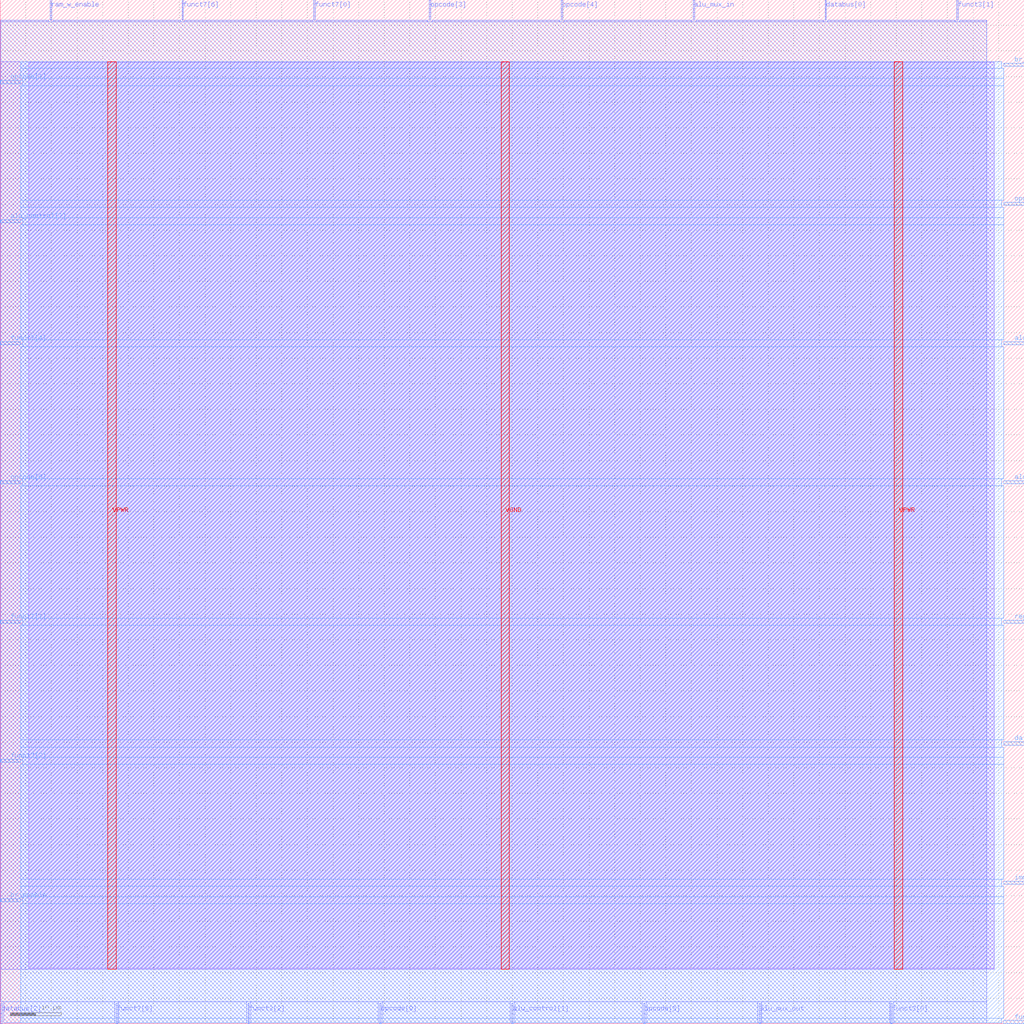
<source format=lef>
VERSION 5.7 ;
  NOWIREEXTENSIONATPIN ON ;
  DIVIDERCHAR "/" ;
  BUSBITCHARS "[]" ;
MACRO control_unity
  CLASS BLOCK ;
  FOREIGN control_unity ;
  ORIGIN 0.000 0.000 ;
  SIZE 200.000 BY 200.000 ;
  PIN VGND
    USE GROUND ;
    PORT
      LAYER met4 ;
        RECT 97.840 10.640 99.440 187.920 ;
    END
  END VGND
  PIN VPWR
    USE POWER ;
    PORT
      LAYER met4 ;
        RECT 174.640 10.640 176.240 187.920 ;
    END
    PORT
      LAYER met4 ;
        RECT 21.040 10.640 22.640 187.920 ;
    END
  END VPWR
  PIN alu_control[0]
    PORT
      LAYER met3 ;
        RECT 196.000 132.640 200.000 133.240 ;
    END
  END alu_control[0]
  PIN alu_control[1]
    PORT
      LAYER met2 ;
        RECT 99.910 0.000 100.190 4.000 ;
    END
  END alu_control[1]
  PIN alu_control[2]
    PORT
      LAYER met3 ;
        RECT 0.000 156.440 4.000 157.040 ;
    END
  END alu_control[2]
  PIN alu_control[3]
    PORT
      LAYER met3 ;
        RECT 196.000 105.440 200.000 106.040 ;
    END
  END alu_control[3]
  PIN alu_mux_in
    PORT
      LAYER met2 ;
        RECT 135.330 196.000 135.610 200.000 ;
    END
  END alu_mux_in
  PIN alu_mux_out
    PORT
      LAYER met2 ;
        RECT 148.210 0.000 148.490 4.000 ;
    END
  END alu_mux_out
  PIN br_enable
    PORT
      LAYER met3 ;
        RECT 0.000 23.840 4.000 24.440 ;
    END
  END br_enable
  PIN br_mux_inv
    PORT
      LAYER met3 ;
        RECT 196.000 187.040 200.000 187.640 ;
    END
  END br_mux_inv
  PIN databus[0]
    PORT
      LAYER met2 ;
        RECT 161.090 196.000 161.370 200.000 ;
    END
  END databus[0]
  PIN databus[1]
    PORT
      LAYER met3 ;
        RECT 196.000 54.440 200.000 55.040 ;
    END
  END databus[1]
  PIN databus[2]
    PORT
      LAYER met2 ;
        RECT 0.090 0.000 0.370 4.000 ;
    END
  END databus[2]
  PIN funct3[0]
    PORT
      LAYER met2 ;
        RECT 173.970 0.000 174.250 4.000 ;
    END
  END funct3[0]
  PIN funct3[1]
    PORT
      LAYER met2 ;
        RECT 186.850 196.000 187.130 200.000 ;
    END
  END funct3[1]
  PIN funct3[2]
    PORT
      LAYER met2 ;
        RECT 48.390 0.000 48.670 4.000 ;
    END
  END funct3[2]
  PIN funct7[0]
    PORT
      LAYER met2 ;
        RECT 61.270 196.000 61.550 200.000 ;
    END
  END funct7[0]
  PIN funct7[1]
    PORT
      LAYER met3 ;
        RECT 0.000 78.240 4.000 78.840 ;
    END
  END funct7[1]
  PIN funct7[2]
    PORT
      LAYER met3 ;
        RECT 0.000 51.040 4.000 51.640 ;
    END
  END funct7[2]
  PIN funct7[3]
    PORT
      LAYER met3 ;
        RECT 196.000 0.040 200.000 0.640 ;
    END
  END funct7[3]
  PIN funct7[4]
    PORT
      LAYER met3 ;
        RECT 0.000 132.640 4.000 133.240 ;
    END
  END funct7[4]
  PIN funct7[5]
    PORT
      LAYER met2 ;
        RECT 22.630 0.000 22.910 4.000 ;
    END
  END funct7[5]
  PIN funct7[6]
    PORT
      LAYER met2 ;
        RECT 35.510 196.000 35.790 200.000 ;
    END
  END funct7[6]
  PIN imm_rd
    PORT
      LAYER met3 ;
        RECT 196.000 27.240 200.000 27.840 ;
    END
  END imm_rd
  PIN opcode[0]
    PORT
      LAYER met2 ;
        RECT 74.150 0.000 74.430 4.000 ;
    END
  END opcode[0]
  PIN opcode[1]
    PORT
      LAYER met3 ;
        RECT 0.000 183.640 4.000 184.240 ;
    END
  END opcode[1]
  PIN opcode[2]
    PORT
      LAYER met3 ;
        RECT 196.000 159.840 200.000 160.440 ;
    END
  END opcode[2]
  PIN opcode[3]
    PORT
      LAYER met2 ;
        RECT 83.810 196.000 84.090 200.000 ;
    END
  END opcode[3]
  PIN opcode[4]
    PORT
      LAYER met2 ;
        RECT 109.570 196.000 109.850 200.000 ;
    END
  END opcode[4]
  PIN opcode[5]
    PORT
      LAYER met2 ;
        RECT 125.670 0.000 125.950 4.000 ;
    END
  END opcode[5]
  PIN opcode[6]
    PORT
      LAYER met3 ;
        RECT 0.000 105.440 4.000 106.040 ;
    END
  END opcode[6]
  PIN ram_w_enable
    PORT
      LAYER met2 ;
        RECT 9.750 196.000 10.030 200.000 ;
    END
  END ram_w_enable
  PIN register_w_enable
    PORT
      LAYER met3 ;
        RECT 196.000 78.240 200.000 78.840 ;
    END
  END register_w_enable
  OBS
      LAYER li1 ;
        RECT 5.520 10.795 194.120 187.765 ;
      LAYER met1 ;
        RECT 0.070 10.640 194.120 187.920 ;
      LAYER met2 ;
        RECT 0.100 195.720 9.470 196.000 ;
        RECT 10.310 195.720 35.230 196.000 ;
        RECT 36.070 195.720 60.990 196.000 ;
        RECT 61.830 195.720 83.530 196.000 ;
        RECT 84.370 195.720 109.290 196.000 ;
        RECT 110.130 195.720 135.050 196.000 ;
        RECT 135.890 195.720 160.810 196.000 ;
        RECT 161.650 195.720 186.570 196.000 ;
        RECT 187.410 195.720 192.650 196.000 ;
        RECT 0.100 4.280 192.650 195.720 ;
        RECT 0.650 0.155 22.350 4.280 ;
        RECT 23.190 0.155 48.110 4.280 ;
        RECT 48.950 0.155 73.870 4.280 ;
        RECT 74.710 0.155 99.630 4.280 ;
        RECT 100.470 0.155 125.390 4.280 ;
        RECT 126.230 0.155 147.930 4.280 ;
        RECT 148.770 0.155 173.690 4.280 ;
        RECT 174.530 0.155 192.650 4.280 ;
      LAYER met3 ;
        RECT 4.000 186.640 195.600 187.845 ;
        RECT 4.000 184.640 196.000 186.640 ;
        RECT 4.400 183.240 196.000 184.640 ;
        RECT 4.000 160.840 196.000 183.240 ;
        RECT 4.000 159.440 195.600 160.840 ;
        RECT 4.000 157.440 196.000 159.440 ;
        RECT 4.400 156.040 196.000 157.440 ;
        RECT 4.000 133.640 196.000 156.040 ;
        RECT 4.400 132.240 195.600 133.640 ;
        RECT 4.000 106.440 196.000 132.240 ;
        RECT 4.400 105.040 195.600 106.440 ;
        RECT 4.000 79.240 196.000 105.040 ;
        RECT 4.400 77.840 195.600 79.240 ;
        RECT 4.000 55.440 196.000 77.840 ;
        RECT 4.000 54.040 195.600 55.440 ;
        RECT 4.000 52.040 196.000 54.040 ;
        RECT 4.400 50.640 196.000 52.040 ;
        RECT 4.000 28.240 196.000 50.640 ;
        RECT 4.000 26.840 195.600 28.240 ;
        RECT 4.000 24.840 196.000 26.840 ;
        RECT 4.400 23.440 196.000 24.840 ;
        RECT 4.000 1.040 196.000 23.440 ;
        RECT 4.000 0.175 195.600 1.040 ;
  END
END control_unity
END LIBRARY


</source>
